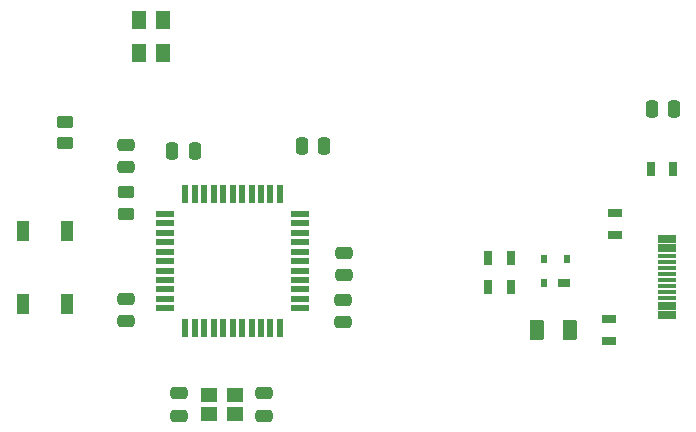
<source format=gbp>
%TF.GenerationSoftware,KiCad,Pcbnew,7.0.2*%
%TF.CreationDate,2023-06-21T18:27:12-05:00*%
%TF.ProjectId,MXB_INTMCU.kicad_pro,4d58425f-494e-4544-9d43-552e6b696361,rev?*%
%TF.SameCoordinates,Original*%
%TF.FileFunction,Paste,Bot*%
%TF.FilePolarity,Positive*%
%FSLAX46Y46*%
G04 Gerber Fmt 4.6, Leading zero omitted, Abs format (unit mm)*
G04 Created by KiCad (PCBNEW 7.0.2) date 2023-06-21 18:27:12*
%MOMM*%
%LPD*%
G01*
G04 APERTURE LIST*
G04 Aperture macros list*
%AMRoundRect*
0 Rectangle with rounded corners*
0 $1 Rounding radius*
0 $2 $3 $4 $5 $6 $7 $8 $9 X,Y pos of 4 corners*
0 Add a 4 corners polygon primitive as box body*
4,1,4,$2,$3,$4,$5,$6,$7,$8,$9,$2,$3,0*
0 Add four circle primitives for the rounded corners*
1,1,$1+$1,$2,$3*
1,1,$1+$1,$4,$5*
1,1,$1+$1,$6,$7*
1,1,$1+$1,$8,$9*
0 Add four rect primitives between the rounded corners*
20,1,$1+$1,$2,$3,$4,$5,0*
20,1,$1+$1,$4,$5,$6,$7,0*
20,1,$1+$1,$6,$7,$8,$9,0*
20,1,$1+$1,$8,$9,$2,$3,0*%
G04 Aperture macros list end*
%ADD10R,1.400000X1.200000*%
%ADD11R,1.200000X1.600000*%
%ADD12RoundRect,0.050000X-0.725000X0.300000X-0.725000X-0.300000X0.725000X-0.300000X0.725000X0.300000X0*%
%ADD13RoundRect,0.050000X-0.725000X0.150000X-0.725000X-0.150000X0.725000X-0.150000X0.725000X0.150000X0*%
%ADD14RoundRect,0.250000X-0.250000X-0.475000X0.250000X-0.475000X0.250000X0.475000X-0.250000X0.475000X0*%
%ADD15R,0.700000X1.300000*%
%ADD16RoundRect,0.250000X0.250000X0.475000X-0.250000X0.475000X-0.250000X-0.475000X0.250000X-0.475000X0*%
%ADD17RoundRect,0.250000X0.450000X-0.262500X0.450000X0.262500X-0.450000X0.262500X-0.450000X-0.262500X0*%
%ADD18RoundRect,0.250000X-0.450000X0.262500X-0.450000X-0.262500X0.450000X-0.262500X0.450000X0.262500X0*%
%ADD19RoundRect,0.250000X-0.475000X0.250000X-0.475000X-0.250000X0.475000X-0.250000X0.475000X0.250000X0*%
%ADD20R,1.100000X1.800000*%
%ADD21RoundRect,0.250000X0.375000X0.625000X-0.375000X0.625000X-0.375000X-0.625000X0.375000X-0.625000X0*%
%ADD22R,1.300000X0.700000*%
%ADD23R,0.600000X0.700000*%
%ADD24R,1.000000X0.700000*%
%ADD25R,0.550000X1.500000*%
%ADD26R,1.500000X0.550000*%
%ADD27RoundRect,0.250000X0.475000X-0.250000X0.475000X0.250000X-0.475000X0.250000X-0.475000X-0.250000X0*%
G04 APERTURE END LIST*
D10*
%TO.C,X1*%
X118950000Y-92800000D03*
X121150000Y-92800000D03*
X121150000Y-94400000D03*
X118950000Y-94400000D03*
%TD*%
D11*
%TO.C,D2*%
X115050000Y-61000000D03*
X115050000Y-63800000D03*
%TD*%
%TO.C,D1*%
X113050000Y-61000000D03*
X113050000Y-63800000D03*
%TD*%
D12*
%TO.C,USB1*%
X157717500Y-86035000D03*
X157717500Y-85260000D03*
D13*
X157717500Y-84560000D03*
X157717500Y-84060000D03*
X157717500Y-83560000D03*
X157717500Y-83060000D03*
X157717500Y-82560000D03*
X157717500Y-82060000D03*
X157717500Y-81560000D03*
X157717500Y-81060000D03*
D12*
X157717500Y-80360000D03*
X157717500Y-79585000D03*
%TD*%
D14*
%TO.C,C9*%
X158350000Y-68550000D03*
X156450000Y-68550000D03*
%TD*%
D15*
%TO.C,UR4*%
X142600000Y-81150000D03*
X144500000Y-81150000D03*
%TD*%
D16*
%TO.C,C7*%
X126800000Y-71725000D03*
X128700000Y-71725000D03*
%TD*%
D15*
%TO.C,UR1*%
X158275000Y-73660000D03*
X156375000Y-73660000D03*
%TD*%
D17*
%TO.C,R2*%
X111950000Y-75637500D03*
X111950000Y-77462500D03*
%TD*%
D18*
%TO.C,R1*%
X106800000Y-71487500D03*
X106800000Y-69662500D03*
%TD*%
D19*
%TO.C,C3*%
X111925000Y-86550000D03*
X111925000Y-84650000D03*
%TD*%
D20*
%TO.C,SW50*%
X106925000Y-78925000D03*
X103225000Y-85125000D03*
X103225000Y-78925000D03*
X106925000Y-85125000D03*
%TD*%
D21*
%TO.C,F1*%
X146700000Y-87300000D03*
X149500000Y-87300000D03*
%TD*%
D19*
%TO.C,C8*%
X130375000Y-82625000D03*
X130375000Y-80725000D03*
%TD*%
D22*
%TO.C,UR3*%
X152850000Y-86350000D03*
X152850000Y-88250000D03*
%TD*%
D23*
%TO.C,U2*%
X149250000Y-81300000D03*
X147350000Y-81300000D03*
X147350000Y-83300000D03*
D24*
X149050000Y-83300000D03*
%TD*%
D19*
%TO.C,C6*%
X111925000Y-73500000D03*
X111925000Y-71600000D03*
%TD*%
%TO.C,C2*%
X116450000Y-94550000D03*
X116450000Y-92650000D03*
%TD*%
D14*
%TO.C,C5*%
X117750000Y-72100000D03*
X115850000Y-72100000D03*
%TD*%
D25*
%TO.C,U1*%
X124968750Y-75753750D03*
X124168750Y-75753750D03*
X123368750Y-75753750D03*
X122568750Y-75753750D03*
X121768750Y-75753750D03*
X120968750Y-75753750D03*
X120168750Y-75753750D03*
X119368750Y-75753750D03*
X118568750Y-75753750D03*
X117768750Y-75753750D03*
X116968750Y-75753750D03*
D26*
X115268750Y-77453750D03*
X115268750Y-78253750D03*
X115268750Y-79053750D03*
X115268750Y-79853750D03*
X115268750Y-80653750D03*
X115268750Y-81453750D03*
X115268750Y-82253750D03*
X115268750Y-83053750D03*
X115268750Y-83853750D03*
X115268750Y-84653750D03*
X115268750Y-85453750D03*
D25*
X116968750Y-87153750D03*
X117768750Y-87153750D03*
X118568750Y-87153750D03*
X119368750Y-87153750D03*
X120168750Y-87153750D03*
X120968750Y-87153750D03*
X121768750Y-87153750D03*
X122568750Y-87153750D03*
X123368750Y-87153750D03*
X124168750Y-87153750D03*
X124968750Y-87153750D03*
D26*
X126668750Y-85453750D03*
X126668750Y-84653750D03*
X126668750Y-83853750D03*
X126668750Y-83053750D03*
X126668750Y-82253750D03*
X126668750Y-81453750D03*
X126668750Y-80653750D03*
X126668750Y-79853750D03*
X126668750Y-79053750D03*
X126668750Y-78253750D03*
X126668750Y-77453750D03*
%TD*%
D19*
%TO.C,C1*%
X123650000Y-94550000D03*
X123650000Y-92650000D03*
%TD*%
D27*
%TO.C,C4*%
X130350000Y-84730000D03*
X130350000Y-86630000D03*
%TD*%
D15*
%TO.C,UR5*%
X144500000Y-83650000D03*
X142600000Y-83650000D03*
%TD*%
D22*
%TO.C,UR2*%
X153350000Y-77350000D03*
X153350000Y-79250000D03*
%TD*%
M02*

</source>
